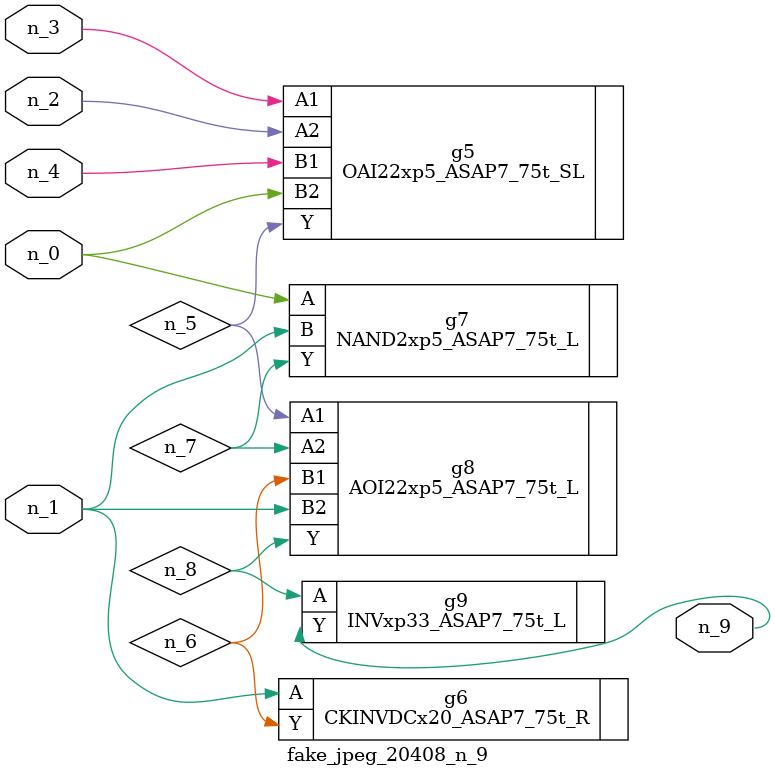
<source format=v>
module fake_jpeg_20408_n_9 (n_3, n_2, n_1, n_0, n_4, n_9);

input n_3;
input n_2;
input n_1;
input n_0;
input n_4;

output n_9;

wire n_8;
wire n_6;
wire n_5;
wire n_7;

OAI22xp5_ASAP7_75t_SL g5 ( 
.A1(n_3),
.A2(n_2),
.B1(n_4),
.B2(n_0),
.Y(n_5)
);

CKINVDCx20_ASAP7_75t_R g6 ( 
.A(n_1),
.Y(n_6)
);

NAND2xp5_ASAP7_75t_L g7 ( 
.A(n_0),
.B(n_1),
.Y(n_7)
);

AOI22xp5_ASAP7_75t_L g8 ( 
.A1(n_5),
.A2(n_7),
.B1(n_6),
.B2(n_1),
.Y(n_8)
);

INVxp33_ASAP7_75t_L g9 ( 
.A(n_8),
.Y(n_9)
);


endmodule
</source>
